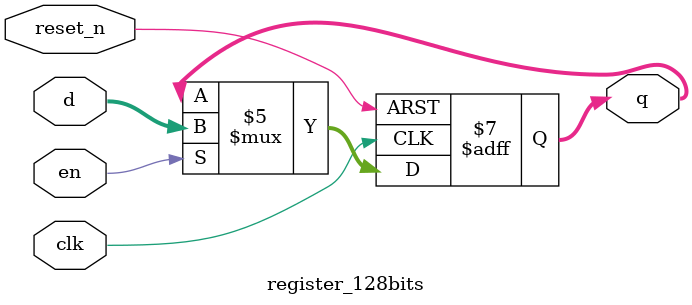
<source format=v>
module register_2bits(clk, reset_n, d, q);
	//inputs and output
	input clk, reset_n;
	input [1:0] d;
	output reg [1:0] q;
	
	//make register
	always @(posedge clk or negedge reset_n)
	begin
		if(reset_n == 0)
			q <= 2'b0;
		else
			q <= d;
	end
endmodule

module register_5bits(clk, reset_n, en, d, q);
	//inputs and output
	input clk, reset_n, en;
	input [4:0] d;
	output reg [4:0] q;
	
	//make register
	always @(posedge clk or negedge reset_n)
	begin
		if(reset_n == 0)
			q <= 4'b0;
		else if (en == 1)
			q <= d;
		else
			q <= q;
	end
endmodule

module register_64bits(clk, reset_n, en, d, q);
	//inputs and output
	input clk, reset_n, en;
	input [63:0] d;
	output reg [63:0] q;
	
	//make register
	always @(posedge clk or negedge reset_n)
	begin
		if(reset_n == 0)
			q <= 64'b0;
		else if (en == 1)
			q <= d;
		else
			q <= q;
	end
endmodule

module register_65bits(clk, reset_n, en, d, q);
	//inputs and output
	input clk, reset_n, en;
	input [64:0] d;
	output reg [64:0] q;
	
	//make register
	always @(posedge clk or negedge reset_n)
	begin
		if(reset_n == 0)
			q <= 65'b0;
		else if (en == 1)
			q <= d;
		else
			q <= q;
	end
endmodule

module register_128bits(clk, reset_n, en, d, q);
	//inputs and output
	input clk, reset_n, en;
	input [127:0] d;
	output reg [127:0] q;
	
	//make register
	always @(posedge clk or negedge reset_n)
	begin
		if(reset_n == 0)
			q <= 128'b0;
		else if (en == 1)
			q <= d;
		else
			q <= q;
	end
endmodule

</source>
